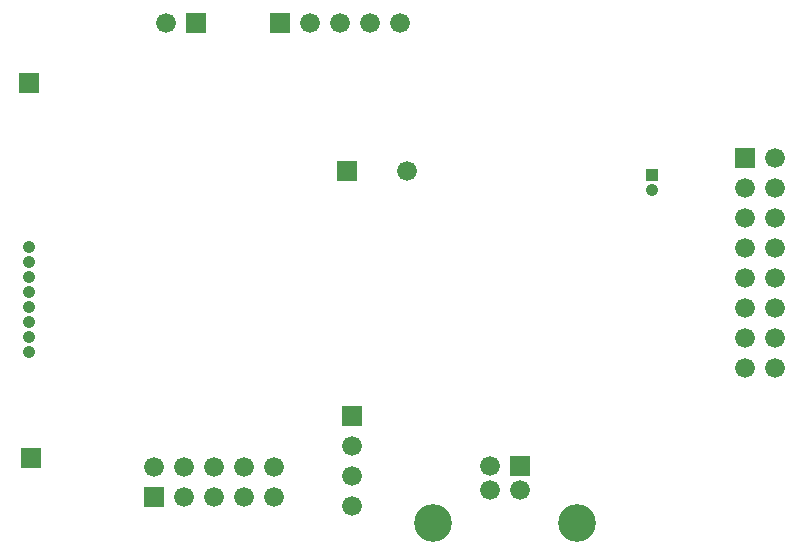
<source format=gbr>
G04 start of page 5 for group -4062 idx -4062
G04 Title: (unknown), soldermask *
G04 Creator: pcb 20070208 *
G04 CreationDate: Fri Sep 21 18:13:03 2007 UTC *
G04 For: sean *
G04 Format: Gerber/RS-274X *
G04 PCB-Dimensions: 266220 195850 *
G04 PCB-Coordinate-Origin: lower left *
%MOIN*%
%FSLAX24Y24*%
%LNBACKMASK*%
%ADD32R,0.0660X0.0660*%
%ADD33C,0.0660*%
%ADD34C,0.1260*%
%ADD35C,0.0420*%
%ADD36R,0.0420X0.0420*%
G54D32*X17200Y3135D03*
G54D33*X16200D03*
Y2335D03*
X17200D03*
G54D34*X19100Y1235D03*
X14300D03*
G54D35*X850Y8935D03*
Y8435D03*
Y7935D03*
Y7435D03*
Y10435D03*
Y9935D03*
Y9435D03*
G54D32*Y15885D03*
G54D35*Y6935D03*
G54D32*X900Y3385D03*
X24700Y13385D03*
G54D33*X25700D03*
X24700Y12385D03*
X25700D03*
X24700Y11385D03*
X25700D03*
X24700Y10385D03*
X25700D03*
G54D35*X21600Y12335D03*
G54D36*Y12835D03*
G54D32*X6400Y17885D03*
G54D33*X5400D03*
G54D32*X9200D03*
G54D33*X10200D03*
X11200D03*
X12200D03*
X13200D03*
G54D32*X11463Y12958D03*
G54D33*X13463D03*
G54D32*X5000Y2085D03*
G54D33*X6000D03*
X7000D03*
X8000D03*
G54D32*X11600Y4785D03*
G54D33*Y3785D03*
Y2785D03*
Y1785D03*
X5000Y3085D03*
X6000D03*
X7000D03*
X8000D03*
X9000Y2085D03*
Y3085D03*
X25700Y9385D03*
Y8385D03*
Y7385D03*
Y6385D03*
X24700Y9385D03*
Y8385D03*
Y7385D03*
Y6385D03*
M02*

</source>
